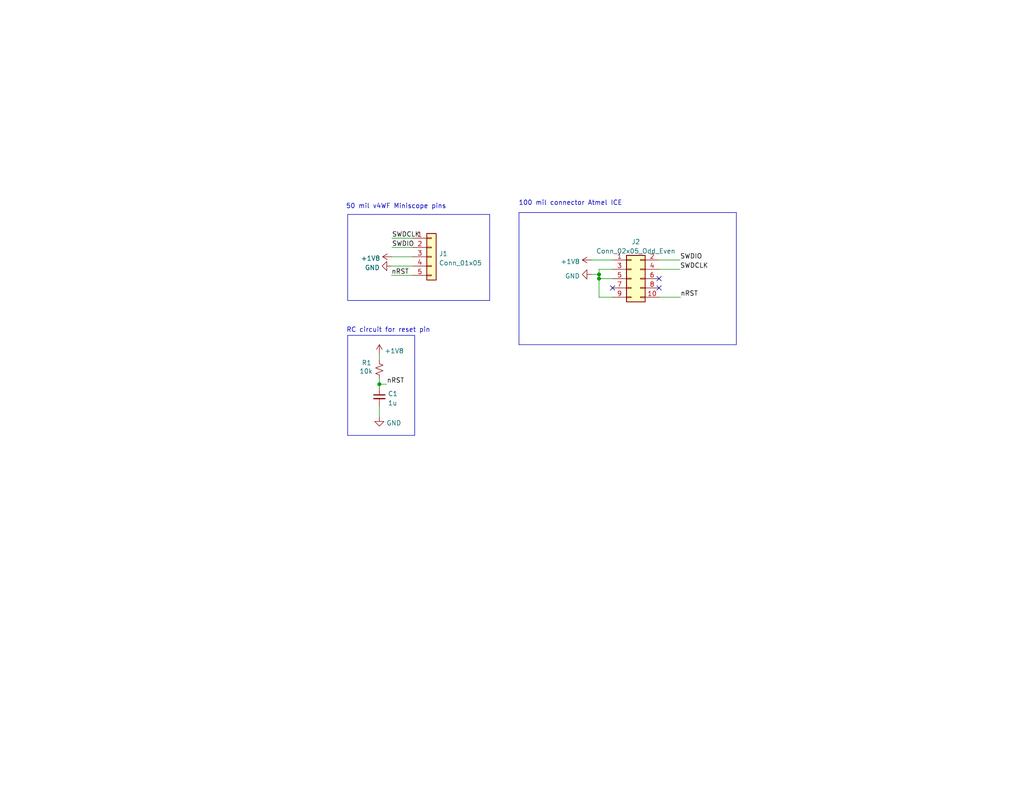
<source format=kicad_sch>
(kicad_sch (version 20230121) (generator eeschema)
  (paper "A")
  (title_block (date "2022-08-31") (rev "0.1") (company "Aharoni Lab"))
  (lib_symbols
    (symbol "Connector_Generic:Conn_01x05" (pin_names (offset 1.016) hide)
      (property "Reference" "J" (at 0 7.62 0))
      (property "Value" "Conn_01x05" (at 0 -7.62 0))
      (symbol "Conn_01x05_1_1"
        (rectangle (start -1.27 -4.953) (end 0 -5.207) (stroke (width 0.1524)))
        (rectangle (start -1.27 -2.413) (end 0 -2.667) (stroke (width 0.1524)))
        (rectangle (start -1.27 0.127) (end 0 -0.127) (stroke (width 0.1524)))
        (rectangle (start -1.27 2.667) (end 0 2.413) (stroke (width 0.1524)))
        (rectangle (start -1.27 5.207) (end 0 4.953) (stroke (width 0.1524)))
        (rectangle (start -1.27 6.35) (end 1.27 -6.35) (stroke (width 0.254)) (fill (type background)))
        (pin passive line (at -5.08 5.08 0) (length 3.81) (name "Pin_1") (number "1"))
        (pin passive line (at -5.08 2.54 0) (length 3.81) (name "Pin_2") (number "2"))
        (pin passive line (at -5.08 0 0) (length 3.81) (name "Pin_3") (number "3"))
        (pin passive line (at -5.08 -2.54 0) (length 3.81) (name "Pin_4") (number "4"))
        (pin passive line (at -5.08 -5.08 0) (length 3.81) (name "Pin_5") (number "5"))
      )
    )
    (symbol "Connector_Generic:Conn_02x05_Odd_Even" (pin_names (offset 1.016) hide)
      (property "Reference" "J" (at 1.27 7.62 0))
      (property "Value" "Conn_02x05_Odd_Even" (at 1.27 -7.62 0))
      (symbol "Conn_02x05_Odd_Even_1_1"
        (rectangle (start -1.27 -4.953) (end 0 -5.207) (stroke (width 0.1524)))
        (rectangle (start -1.27 -2.413) (end 0 -2.667) (stroke (width 0.1524)))
        (rectangle (start -1.27 0.127) (end 0 -0.127) (stroke (width 0.1524)))
        (rectangle (start -1.27 2.667) (end 0 2.413) (stroke (width 0.1524)))
        (rectangle (start -1.27 5.207) (end 0 4.953) (stroke (width 0.1524)))
        (rectangle (start -1.27 6.35) (end 3.81 -6.35) (stroke (width 0.254)) (fill (type background)))
        (rectangle (start 3.81 -4.953) (end 2.54 -5.207) (stroke (width 0.1524)))
        (rectangle (start 3.81 -2.413) (end 2.54 -2.667) (stroke (width 0.1524)))
        (rectangle (start 3.81 0.127) (end 2.54 -0.127) (stroke (width 0.1524)))
        (rectangle (start 3.81 2.667) (end 2.54 2.413) (stroke (width 0.1524)))
        (rectangle (start 3.81 5.207) (end 2.54 4.953) (stroke (width 0.1524)))
        (pin passive line (at -5.08 5.08 0) (length 3.81) (name "Pin_1") (number "1"))
        (pin passive line (at 7.62 -5.08 180) (length 3.81) (name "Pin_10") (number "10"))
        (pin passive line (at 7.62 5.08 180) (length 3.81) (name "Pin_2") (number "2"))
        (pin passive line (at -5.08 2.54 0) (length 3.81) (name "Pin_3") (number "3"))
        (pin passive line (at 7.62 2.54 180) (length 3.81) (name "Pin_4") (number "4"))
        (pin passive line (at -5.08 0 0) (length 3.81) (name "Pin_5") (number "5"))
        (pin passive line (at 7.62 0 180) (length 3.81) (name "Pin_6") (number "6"))
        (pin passive line (at -5.08 -2.54 0) (length 3.81) (name "Pin_7") (number "7"))
        (pin passive line (at 7.62 -2.54 180) (length 3.81) (name "Pin_8") (number "8"))
        (pin passive line (at -5.08 -5.08 0) (length 3.81) (name "Pin_9") (number "9"))
      )
    )
    (symbol "Device:C_Small" (pin_numbers hide) (pin_names (offset 0.254) hide)
      (property "Reference" "C" (at 0.254 1.778 0))
      (property "Value" "C_Small" (at 0.254 -2.032 0))
      (symbol "C_Small_0_1"
        (polyline (pts (xy -1.524 -0.508) (xy 1.524 -0.508)) (stroke (width 0.3302)))
        (polyline (pts (xy -1.524 0.508) (xy 1.524 0.508)) (stroke (width 0.3048)))
      )
      (symbol "C_Small_1_1"
        (pin passive line (at 0 2.54 270) (length 2.032) (name "~") (number "1"))
        (pin passive line (at 0 -2.54 90) (length 2.032) (name "~") (number "2"))
      )
    )
    (symbol "Device:R_Small_US" (pin_numbers hide) (pin_names (offset 0.254) hide)
      (property "Reference" "R" (at 0.762 0.508 0))
      (property "Value" "R_Small_US" (at 0.762 -1.016 0))
      (symbol "R_Small_US_1_1"
        (polyline (pts (xy 0 0) (xy 1.016 -0.381) (xy 0 -0.762) (xy -1.016 -1.143) (xy 0 -1.524)))
        (polyline (pts (xy 0 1.524) (xy 1.016 1.143) (xy 0 0.762) (xy -1.016 0.381) (xy 0 0)))
        (pin passive line (at 0 2.54 270) (length 1.016) (name "~") (number "1"))
        (pin passive line (at 0 -2.54 90) (length 1.016) (name "~") (number "2"))
      )
    )
    (symbol "power:+1V8" (power) (pin_names (offset 0))
      (property "Value" "+1V8" (at 0 3.556 0))
      (symbol "+1V8_0_1"
        (polyline (pts (xy -0.762 1.27) (xy 0 2.54)))
        (polyline (pts (xy 0 0) (xy 0 2.54)))
        (polyline (pts (xy 0 2.54) (xy 0.762 1.27)))
      )
      (symbol "+1V8_1_1"
        (pin power_in line (at 0 0 90) (length 0) hide (name "+1V8") (number "1"))
      )
    )
    (symbol "power:GND" (power) (pin_names (offset 0))
      (property "Value" "GND" (at 0 -3.81 0))
      (symbol "GND_0_1"
        (polyline (pts (xy 0 0) (xy 0 -1.27) (xy 1.27 -1.27) (xy 0 -2.54) (xy -1.27 -1.27) (xy 0 -1.27)))
      )
      (symbol "GND_1_1"
        (pin power_in line (at 0 0 270) (length 0) hide (name "GND") (number "1"))
      )
    )
  )
  (junction (at 103.505 104.902))
  (junction (at 163.449 76.073))
  (junction (at 163.449 74.93))
  (no_connect (at 179.832 76.073))
  (no_connect (at 179.832 78.613))
  (no_connect (at 167.132 78.613))
  (polyline (pts (xy 141.605 58.039) (xy 200.914 58.039)))
  (wire (pts (xy 103.505 110.871) (xy 103.505 113.792)))
  (polyline (pts (xy 94.869 91.567) (xy 113.157 91.567)))
  (wire (pts (xy 106.934 70.104) (xy 112.649 70.104)))
  (polyline (pts (xy 141.605 58.039) (xy 141.605 94.107)))
  (wire (pts (xy 103.505 104.902) (xy 103.505 105.791)))
  (polyline (pts (xy 94.869 58.547) (xy 94.869 82.042)))
  (polyline (pts (xy 200.914 94.107) (xy 141.605 94.107)))
  (wire (pts (xy 163.449 73.533) (xy 163.449 74.93)))
  (polyline (pts (xy 113.157 118.872) (xy 94.869 118.872)))
  (wire (pts (xy 167.132 81.153) (xy 163.449 81.153)))
  (wire (pts (xy 179.832 70.993) (xy 185.547 70.993)))
  (polyline (pts (xy 94.869 91.567) (xy 94.869 118.872)))
  (polyline (pts (xy 200.914 58.039) (xy 200.914 94.107)))
  (wire (pts (xy 112.649 72.644) (xy 106.807 72.644)))
  (wire (pts (xy 167.132 73.533) (xy 163.449 73.533)))
  (wire (pts (xy 163.449 76.073) (xy 167.132 76.073)))
  (wire (pts (xy 161.417 74.93) (xy 163.449 74.93)))
  (wire (pts (xy 112.649 65.024) (xy 106.934 65.024)))
  (polyline (pts (xy 113.157 91.567) (xy 113.157 118.872)))
  (wire (pts (xy 179.832 81.153) (xy 185.674 81.153)))
  (wire (pts (xy 161.417 70.993) (xy 167.132 70.993)))
  (wire (pts (xy 103.505 104.902) (xy 105.537 104.902)))
  (polyline (pts (xy 133.604 82.042) (xy 94.869 82.042)))
  (wire (pts (xy 103.505 96.647) (xy 103.505 98.298)))
  (polyline (pts (xy 133.604 58.547) (xy 133.604 82.042)))
  (wire (pts (xy 163.449 74.93) (xy 163.449 76.073)))
  (wire (pts (xy 112.649 67.564) (xy 106.934 67.564)))
  (wire (pts (xy 163.449 81.153) (xy 163.449 76.073)))
  (polyline (pts (xy 94.869 58.547) (xy 133.604 58.547)))
  (wire (pts (xy 112.649 75.184) (xy 106.807 75.184)))
  (wire (pts (xy 103.505 103.378) (xy 103.505 104.902)))
  (wire (pts (xy 179.832 73.533) (xy 185.547 73.533)))
  (text "RC circuit for reset pin " (at 94.488 90.932 0) (effects (font (size 1.27 1.27)) (justify left bottom)))
  (text "50 mil v4WF Miniscope pins" (at 94.361 57.15 0) (effects (font (size 1.27 1.27)) (justify left bottom)))
  (text "100 mil connector Atmel ICE" (at 141.478 56.261 0) (effects (font (size 1.27 1.27)) (justify left bottom)))
  (label "SWDCLK" (at 106.934 65.024 0))
  (label "SWDCLK" (at 185.547 73.533 0))
  (label "nRST" (at 106.807 75.184 0))
  (label "SWDIO" (at 185.547 70.993 0))
  (label "SWDIO" (at 106.934 67.564 0))
  (label "nRST" (at 185.674 81.153 0))
  (label "nRST" (at 105.537 104.902 0))
  (symbol (lib_id "Connector_Generic:Conn_01x05") (at 117.729 70.104 0) (unit 1)
    (property "Reference" "J1" (at 119.761 69.2693 0) (effects (justify left)))
    (property "Value" "Conn_01x05" (at 119.761 71.8062 0) (effects (justify left)))
    (property "Footprint" "Connector_PinHeader_2.54mm:PinHeader_1x05_P2.54mm_Vertical" (effects hide))
  )
  (symbol (lib_id "Connector_Generic:Conn_02x05_Odd_Even") (at 172.212 76.073 0) (unit 1)
    (property "Reference" "J2" (at 173.482 66.0232 0))
    (property "Value" "Conn_02x05_Odd_Even" (at 173.482 68.5601 0))
    (property "Footprint" "Connector_PinHeader_2.54mm:PinHeader_2x05_P2.54mm_Horizontal" (effects hide))
  )
  (symbol (lib_id "Device:C_Small") (at 103.505 108.331 0) (unit 1)
    (property "Reference" "C1" (at 105.8291 107.5026 0) (effects (justify left)))
    (property "Value" "1u" (at 105.8291 110.0395 0) (effects (justify left)))
    (property "Footprint" "Capacitor_SMD:C_0805_2012Metric_Pad1.18x1.45mm_HandSolder" (effects hide))
  )
  (symbol (lib_id "power:+1V8") (at 106.934 70.104 90) (unit 1)
    (property "Reference" "#PWR01" (effects hide))
    (property "Value" "+1V8" (at 103.759 70.5378 90) (effects (justify left)))
  )
  (symbol (lib_id "power:GND") (at 103.505 113.792 0) (unit 1)
    (property "Reference" "#PWR0101" (effects hide))
    (property "Value" "GND" (at 105.41 115.4958 0) (effects (justify left)))
  )
  (symbol (lib_id "power:GND") (at 106.807 72.644 270) (unit 1)
    (property "Reference" "#PWR03" (effects hide))
    (property "Value" "GND" (at 103.6321 73.0778 90) (effects (justify right)))
  )
  (symbol (lib_id "power:+1V8") (at 161.417 70.993 90) (unit 1)
    (property "Reference" "#PWR02" (effects hide))
    (property "Value" "+1V8" (at 158.242 71.4268 90) (effects (justify left)))
  )
  (symbol (lib_id "Device:R_Small_US") (at 103.505 100.838 0) (unit 1)
    (property "Reference" "R1" (at 98.679 99.06 0) (effects (justify left)))
    (property "Value" "10k" (at 98.044 101.346 0) (effects (justify left)))
    (property "Footprint" "Resistor_SMD:R_0805_2012Metric_Pad1.20x1.40mm_HandSolder" (effects hide))
  )
  (symbol (lib_id "power:+1V8") (at 103.505 96.647 0) (unit 1)
    (property "Reference" "#PWR0102" (effects hide))
    (property "Value" "+1V8" (at 104.902 95.8108 0) (effects (justify left)))
  )
  (symbol (lib_id "power:GND") (at 161.417 74.93 270) (unit 1)
    (property "Reference" "#PWR04" (effects hide))
    (property "Value" "GND" (at 158.2421 75.3638 90) (effects (justify right)))
  )
)
</source>
